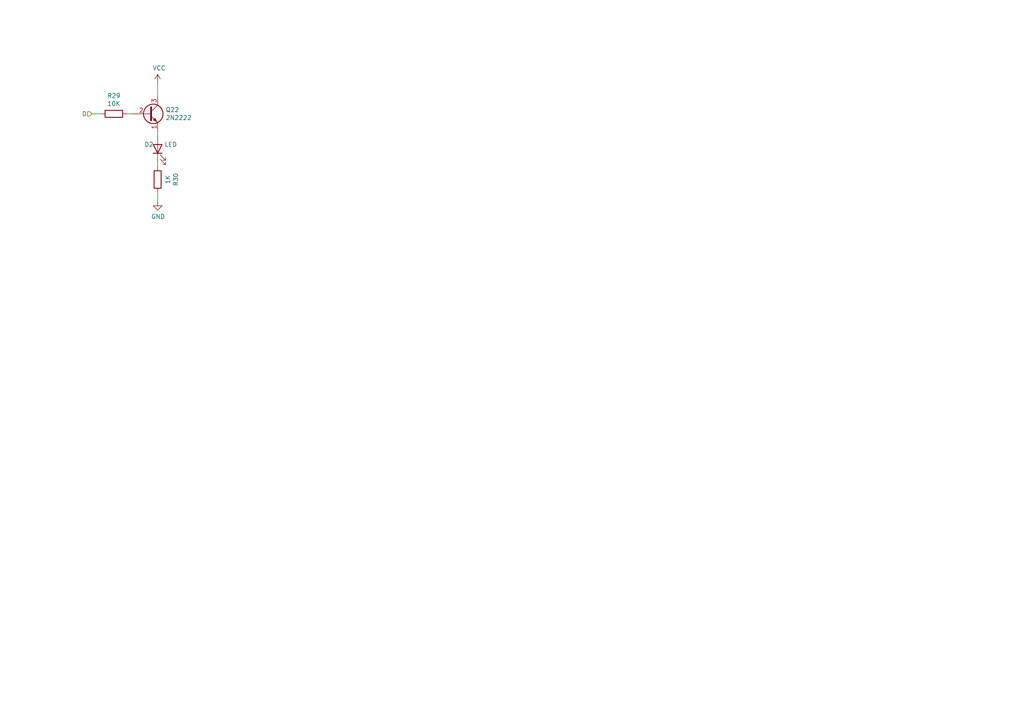
<source format=kicad_sch>
(kicad_sch (version 20230121) (generator eeschema)
  (paper "A4")
  (lib_symbols
    (symbol "2n2222:2N2222" (pin_names (offset 0) hide)
      (property "Reference" "Q" (at 5.08 1.905 0))
      (property "Value" "2N2222" (at 5.08 0 0))
      (symbol "2N2222_0_1"
        (polyline (pts (xy 0.635 0.635) (xy 2.54 2.54)))
        (polyline (pts (xy 0.635 -0.635) (xy 2.54 -2.54) (xy 2.54 -2.54)))
        (polyline (pts (xy 0.635 1.905) (xy 0.635 -1.905) (xy 0.635 -1.905)) (stroke (width 0.508)))
        (polyline (pts (xy 1.27 -1.778) (xy 1.778 -1.27) (xy 2.286 -2.286) (xy 1.27 -1.778) (xy 1.27 -1.778)) (fill (type outline)))
        (circle (center 1.27 0) (radius 2.8194) (stroke (width 0.254)))
      )
      (symbol "2N2222_1_1"
        (pin passive line (at 2.54 -5.08 90) (length 2.54) (name "E") (number "1"))
        (pin passive line (at -5.08 0 0) (length 5.715) (name "B") (number "2"))
        (pin passive line (at 2.54 5.08 270) (length 2.54) (name "C") (number "3"))
      )
    )
    (symbol "Device:LED" (pin_numbers hide) (pin_names (offset 1.016) hide)
      (property "Reference" "D" (at 0 2.54 0))
      (property "Value" "LED" (at 0 -2.54 0))
      (symbol "LED_0_1"
        (polyline (pts (xy -1.27 -1.27) (xy -1.27 1.27)) (stroke (width 0.254)))
        (polyline (pts (xy -1.27 0) (xy 1.27 0)))
        (polyline (pts (xy 1.27 -1.27) (xy 1.27 1.27) (xy -1.27 0) (xy 1.27 -1.27)) (stroke (width 0.254)))
        (polyline (pts (xy -3.048 -0.762) (xy -4.572 -2.286) (xy -3.81 -2.286) (xy -4.572 -2.286) (xy -4.572 -1.524)))
        (polyline (pts (xy -1.778 -0.762) (xy -3.302 -2.286) (xy -2.54 -2.286) (xy -3.302 -2.286) (xy -3.302 -1.524)))
      )
      (symbol "LED_1_1"
        (pin passive line (at -3.81 0 0) (length 2.54) (name "K") (number "1"))
        (pin passive line (at 3.81 0 180) (length 2.54) (name "A") (number "2"))
      )
    )
    (symbol "Device:R" (pin_numbers hide) (pin_names (offset 0))
      (property "Reference" "R" (at 2.032 0 90))
      (property "Value" "R" (at 0 0 90))
      (symbol "R_0_1"
        (rectangle (start -1.016 -2.54) (end 1.016 2.54) (stroke (width 0.254)))
      )
      (symbol "R_1_1"
        (pin passive line (at 0 3.81 270) (length 1.27) (name "~") (number "1"))
        (pin passive line (at 0 -3.81 90) (length 1.27) (name "~") (number "2"))
      )
    )
    (symbol "power:GND" (power) (pin_names (offset 0))
      (property "Value" "GND" (at 0 -3.81 0))
      (symbol "GND_0_1"
        (polyline (pts (xy 0 0) (xy 0 -1.27) (xy 1.27 -1.27) (xy 0 -2.54) (xy -1.27 -1.27) (xy 0 -1.27)))
      )
      (symbol "GND_1_1"
        (pin power_in line (at 0 0 270) (length 0) hide (name "GND") (number "1"))
      )
    )
    (symbol "power:VCC" (power) (pin_names (offset 0))
      (property "Value" "VCC" (at 0 3.81 0))
      (symbol "VCC_0_1"
        (polyline (pts (xy -0.762 1.27) (xy 0 2.54)))
        (polyline (pts (xy 0 0) (xy 0 2.54)))
        (polyline (pts (xy 0 2.54) (xy 0.762 1.27)))
      )
      (symbol "VCC_1_1"
        (pin power_in line (at 0 0 90) (length 0) hide (name "VCC") (number "1"))
      )
    )
  )
  (wire (pts (xy 45.72 27.94) (xy 45.72 24.13)))
  (wire (pts (xy 45.72 58.42) (xy 45.72 55.88)))
  (wire (pts (xy 45.72 48.26) (xy 45.72 46.99)))
  (wire (pts (xy 45.72 38.1) (xy 45.72 39.37)))
  (wire (pts (xy 38.1 33.02) (xy 36.83 33.02)))
  (wire (pts (xy 29.21 33.02) (xy 26.67 33.02)))
  (hierarchical_label "D" (shape input) (at 26.67 33.02 180))
  (symbol (lib_id "Device:R") (at 33.02 33.02 270) (unit 1)
    (property "Reference" "R29" (at 33.02 27.7622 90))
    (property "Value" "10K" (at 33.02 30.0736 90))
    (property "Footprint" "Resistor_THT:R_Axial_DIN0309_L9.0mm_D3.2mm_P12.70mm_Horizontal" (effects hide))
  )
  (symbol (lib_id "2n2222:2N2222") (at 43.18 33.02 0) (unit 1)
    (property "Reference" "Q22" (at 48.006 31.8516 0) (effects (justify left)))
    (property "Value" "2N2222" (at 48.006 34.163 0) (effects (justify left)))
    (property "Footprint" "Package_TO_SOT_THT:TO-92_Inline" (effects hide))
    (property "Datasheet" "https://www.fairchildsemi.com/datasheets/2N/2N3904.pdf" (effects hide))
  )
  (symbol (lib_id "Device:LED") (at 45.72 43.18 90) (unit 1)
    (property "Reference" "D2" (at 43.18 41.91 90))
    (property "Value" "LED" (at 49.53 41.91 90))
    (property "Footprint" "LED_THT:LED_D5.0mm" (effects hide))
  )
  (symbol (lib_id "power:VCC") (at 45.72 24.13 0) (unit 1)
    (property "Reference" "#PWR044" (effects hide))
    (property "Value" "VCC" (at 46.1518 19.7358 0))
  )
  (symbol (lib_id "Device:R") (at 45.72 52.07 180) (unit 1)
    (property "Reference" "R30" (at 50.9778 52.07 90))
    (property "Value" "1K" (at 48.6664 52.07 90))
    (property "Footprint" "Resistor_THT:R_Axial_DIN0309_L9.0mm_D3.2mm_P12.70mm_Horizontal" (effects hide))
  )
  (symbol (lib_id "power:GND") (at 45.72 58.42 0) (unit 1)
    (property "Reference" "#PWR045" (effects hide))
    (property "Value" "GND" (at 45.847 62.8142 0))
  )
)
</source>
